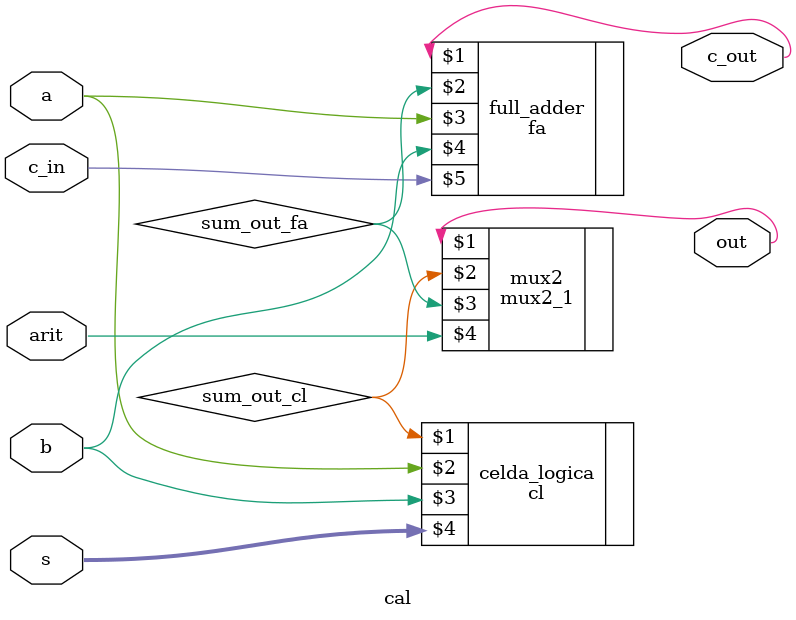
<source format=v>
module cal(output wire out, c_out, input wire a, b, arit, c_in, input wire [1:0] s);
  // Declaración de los cables auxiliares que utilizaré para las 
  // entradas del multiplexor
  wire sum_out_fa, sum_out_cl;
  // Instanciamos la celda lógica
  cl celda_logica (sum_out_cl, a, b, s);
  // Instaciamos el full-adder
  fa full_adder (c_out, sum_out_fa, a, b, c_in);
  // Instanciamos el mux 2_1 donde le pasamos nuestra salida,
  // los cables auxiliares de las salidas del full adder
  // y de la celda lógica y por último nuestra línea de 
  // selleción que nos indica si trabaja fa(1) o cl(0)
  mux2_1 mux2 (out, sum_out_cl, sum_out_fa, arit);
endmodule
</source>
